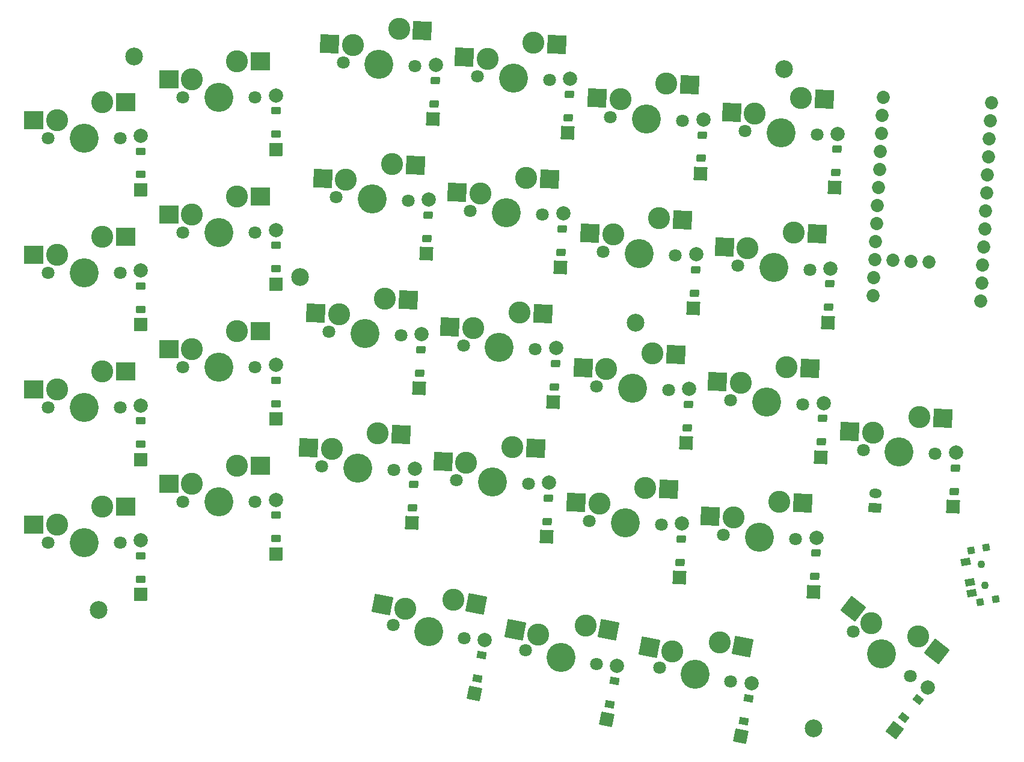
<source format=gbr>
%TF.GenerationSoftware,KiCad,Pcbnew,8.0.4*%
%TF.CreationDate,2024-09-16T15:22:01-06:00*%
%TF.ProjectId,left_board,6c656674-5f62-46f6-9172-642e6b696361,v1.0.0*%
%TF.SameCoordinates,Original*%
%TF.FileFunction,Soldermask,Bot*%
%TF.FilePolarity,Negative*%
%FSLAX46Y46*%
G04 Gerber Fmt 4.6, Leading zero omitted, Abs format (unit mm)*
G04 Created by KiCad (PCBNEW 8.0.4) date 2024-09-16 15:22:01*
%MOMM*%
%LPD*%
G01*
G04 APERTURE LIST*
G04 Aperture macros list*
%AMRoundRect*
0 Rectangle with rounded corners*
0 $1 Rounding radius*
0 $2 $3 $4 $5 $6 $7 $8 $9 X,Y pos of 4 corners*
0 Add a 4 corners polygon primitive as box body*
4,1,4,$2,$3,$4,$5,$6,$7,$8,$9,$2,$3,0*
0 Add four circle primitives for the rounded corners*
1,1,$1+$1,$2,$3*
1,1,$1+$1,$4,$5*
1,1,$1+$1,$6,$7*
1,1,$1+$1,$8,$9*
0 Add four rect primitives between the rounded corners*
20,1,$1+$1,$2,$3,$4,$5,0*
20,1,$1+$1,$4,$5,$6,$7,0*
20,1,$1+$1,$6,$7,$8,$9,0*
20,1,$1+$1,$8,$9,$2,$3,0*%
%AMHorizOval*
0 Thick line with rounded ends*
0 $1 width*
0 $2 $3 position (X,Y) of the first rounded end (center of the circle)*
0 $4 $5 position (X,Y) of the second rounded end (center of the circle)*
0 Add line between two ends*
20,1,$1,$2,$3,$4,$5,0*
0 Add two circle primitives to create the rounded ends*
1,1,$1,$2,$3*
1,1,$1,$4,$5*%
G04 Aperture macros list end*
%ADD10RoundRect,0.050000X-0.521305X0.365022X-0.365022X-0.521305X0.521305X-0.365022X0.365022X0.521305X0*%
%ADD11C,1.100000*%
%ADD12RoundRect,0.050000X-0.693647X0.334633X-0.537363X-0.551694X0.693647X-0.334633X0.537363X0.551694X0*%
%ADD13RoundRect,0.050000X0.841255X-0.934308X0.934308X0.841255X-0.841255X0.934308X-0.934308X-0.841255X0*%
%ADD14RoundRect,0.050000X0.575627X-0.480785X0.622729X0.417982X-0.575627X0.480785X-0.622729X-0.417982X0*%
%ADD15C,2.005000*%
%ADD16C,1.801800*%
%ADD17C,3.100000*%
%ADD18C,4.087800*%
%ADD19RoundRect,0.050000X-1.338673X-1.181559X1.207833X-1.315015X1.338673X1.181559X-1.207833X1.315015X0*%
%ADD20C,2.500000*%
%ADD21RoundRect,0.050000X0.703037X-1.042296X1.042296X0.703037X-0.703037X1.042296X-1.042296X-0.703037X0*%
%ADD22RoundRect,0.050000X0.503112X-0.556218X0.674840X0.327247X-0.503112X0.556218X-0.674840X-0.327247X0*%
%ADD23RoundRect,0.050000X-1.275000X-1.250000X1.275000X-1.250000X1.275000X1.250000X-1.275000X1.250000X0*%
%ADD24C,1.852600*%
%ADD25RoundRect,0.050000X0.889000X-0.889000X0.889000X0.889000X-0.889000X0.889000X-0.889000X-0.889000X0*%
%ADD26RoundRect,0.050000X0.600000X-0.450000X0.600000X0.450000X-0.600000X0.450000X-0.600000X-0.450000X0*%
%ADD27RoundRect,0.050000X0.817434X-0.643663X0.880237X0.554692X-0.817434X0.643663X-0.880237X-0.554692X0*%
%ADD28HorizOval,1.300000X-0.249657X0.013084X0.249657X-0.013084X0*%
%ADD29RoundRect,0.050000X-1.490086X-0.983753X1.013063X-1.470315X1.490086X0.983753X-1.013063X1.470315X0*%
%ADD30RoundRect,0.050000X0.153219X-1.247865X1.247865X0.153219X-0.153219X1.247865X-1.247865X-0.153219X0*%
%ADD31RoundRect,0.050000X0.195759X-0.724002X0.749854X-0.014792X-0.195759X0.724002X-0.749854X0.014792X0*%
%ADD32RoundRect,0.050000X-1.774291X-0.200045X0.235137X-1.769982X1.774291X0.200045X-0.235137X1.769982X0*%
G04 APERTURE END LIST*
D10*
%TO.C,T1*%
X277027359Y-162148845D03*
X274860782Y-162530871D03*
D11*
X276326097Y-164506435D03*
X276847041Y-167460859D03*
D10*
X278312356Y-169436423D03*
X276145779Y-169818449D03*
D12*
X274152385Y-164128151D03*
X274673329Y-167082573D03*
X274933801Y-168559784D03*
%TD*%
D13*
%TO.C,D13*%
X215059692Y-160632736D03*
D14*
X215172738Y-158475696D03*
X215345446Y-155180218D03*
D15*
X215458492Y-153023178D03*
%TD*%
D16*
%TO.C,S22*%
X241020913Y-141417607D03*
D17*
X242422106Y-138947555D03*
D18*
X246093951Y-141683474D03*
D17*
X248896337Y-136743369D03*
D16*
X251166989Y-141949341D03*
D19*
X239151594Y-138776155D03*
X252193811Y-136916183D03*
%TD*%
D20*
%TO.C,*%
X252699022Y-187617107D03*
%TD*%
D16*
%TO.C,S11*%
X185444848Y-112754699D03*
D17*
X186846041Y-110284647D03*
D18*
X190517886Y-113020566D03*
D17*
X193320272Y-108080461D03*
D16*
X195590924Y-113286433D03*
D19*
X183575529Y-110113247D03*
X196617746Y-108253275D03*
%TD*%
D21*
%TO.C,D25*%
X204935649Y-182685083D03*
D22*
X205347796Y-180564768D03*
X205977466Y-177325398D03*
D15*
X206389613Y-175205083D03*
%TD*%
D16*
%TO.C,S7*%
X163899120Y-117730988D03*
D17*
X165169120Y-115190988D03*
D18*
X168979120Y-117730988D03*
D17*
X171519120Y-112650988D03*
D16*
X174059120Y-117730988D03*
D23*
X161894120Y-115190988D03*
X174821120Y-112650988D03*
%TD*%
D13*
%TO.C,D19*%
X235773169Y-128435170D03*
D14*
X235886215Y-126278130D03*
X236058923Y-122982652D03*
D15*
X236171969Y-120825612D03*
%TD*%
D24*
%TO.C,MCU1*%
X262495331Y-98712965D03*
X262362398Y-101249484D03*
X262229465Y-103786003D03*
X262096531Y-106322522D03*
X261963598Y-108859041D03*
X261830665Y-111395561D03*
X261697731Y-113932080D03*
X261564798Y-116468599D03*
X261431865Y-119005118D03*
X261298931Y-121541637D03*
X261165998Y-124078156D03*
X261033065Y-126614675D03*
X276252179Y-127412275D03*
X276385112Y-124875756D03*
X276518045Y-122339237D03*
X276650979Y-119802718D03*
X276783912Y-117266199D03*
X276916845Y-114729679D03*
X277049779Y-112193160D03*
X277182712Y-109656641D03*
X277315645Y-107120122D03*
X277448579Y-104583603D03*
X277581512Y-102047084D03*
X277714445Y-99510565D03*
X263835450Y-121674570D03*
X266371969Y-121807503D03*
X268908488Y-121940437D03*
%TD*%
D16*
%TO.C,S18*%
X222099287Y-139424594D03*
D17*
X223500480Y-136954542D03*
D18*
X227172325Y-139690461D03*
D17*
X229974711Y-134750356D03*
D16*
X232245363Y-139956328D03*
D19*
X220229968Y-136783142D03*
X233272185Y-134923170D03*
%TD*%
D16*
%TO.C,S12*%
X186439232Y-93780737D03*
D17*
X187840425Y-91310685D03*
D18*
X191512270Y-94046604D03*
D17*
X194314656Y-89106499D03*
D16*
X196585308Y-94312471D03*
D19*
X184569913Y-91139285D03*
X197612130Y-89279313D03*
%TD*%
D16*
%TO.C,S16*%
X205363343Y-95726315D03*
D17*
X206764536Y-93256263D03*
D18*
X210436381Y-95992182D03*
D17*
X213238767Y-91052077D03*
D16*
X215509419Y-96258049D03*
D19*
X203494024Y-93084863D03*
X216536241Y-91224891D03*
%TD*%
D13*
%TO.C,D14*%
X216054075Y-141658775D03*
D14*
X216167121Y-139501735D03*
X216339829Y-136206257D03*
D15*
X216452875Y-134049217D03*
%TD*%
D20*
%TO.C,*%
X180402768Y-124031271D03*
%TD*%
D13*
%TO.C,D21*%
X252706028Y-168376105D03*
D14*
X252819074Y-166219065D03*
X252991782Y-162923587D03*
D15*
X253104828Y-160766547D03*
%TD*%
D25*
%TO.C,D7*%
X176979120Y-125040988D03*
D26*
X176979120Y-122880988D03*
X176979120Y-119580988D03*
D15*
X176979120Y-117420988D03*
%TD*%
D16*
%TO.C,S2*%
X144899120Y-142445988D03*
D17*
X146169120Y-139905988D03*
D18*
X149979120Y-142445988D03*
D17*
X152519120Y-137365988D03*
D16*
X155059120Y-142445988D03*
D23*
X142894120Y-139905988D03*
X155821120Y-137365988D03*
%TD*%
D25*
%TO.C,D6*%
X176979120Y-144040988D03*
D26*
X176979120Y-141880988D03*
X176979120Y-138580988D03*
D15*
X176979120Y-136420988D03*
%TD*%
D21*
%TO.C,D27*%
X242475993Y-188708791D03*
D22*
X242888140Y-186588476D03*
X243517810Y-183349106D03*
D15*
X243929957Y-181228791D03*
%TD*%
D16*
%TO.C,S5*%
X163899120Y-155730988D03*
D17*
X165169120Y-153190988D03*
D18*
X168979120Y-155730988D03*
D17*
X171519120Y-150650988D03*
D16*
X174059120Y-155730988D03*
D23*
X161894120Y-153190988D03*
X174821120Y-150650988D03*
%TD*%
D27*
%TO.C,JST1*%
X261339320Y-156501663D03*
D28*
X261443992Y-154504403D03*
%TD*%
D16*
%TO.C,S19*%
X223093671Y-120450633D03*
D17*
X224494864Y-117980581D03*
D18*
X228166709Y-120716500D03*
D17*
X230969095Y-115776395D03*
D16*
X233239747Y-120982367D03*
D19*
X221224352Y-117809181D03*
X234266569Y-115949209D03*
%TD*%
D21*
%TO.C,D26*%
X223586565Y-186310454D03*
D22*
X223998712Y-184190139D03*
X224628382Y-180950769D03*
D15*
X225040529Y-178830454D03*
%TD*%
D13*
%TO.C,D18*%
X234778786Y-147409131D03*
D14*
X234891832Y-145252091D03*
X235064540Y-141956613D03*
D15*
X235177586Y-139799573D03*
%TD*%
D13*
%TO.C,D24*%
X255689178Y-111454221D03*
D14*
X255802224Y-109297181D03*
X255974932Y-106001703D03*
D15*
X256087978Y-103844663D03*
%TD*%
D16*
%TO.C,S29*%
X259680858Y-148403767D03*
D17*
X261082051Y-145933715D03*
D18*
X264753896Y-148669634D03*
D17*
X267556282Y-143729529D03*
D16*
X269826934Y-148935501D03*
D19*
X257811539Y-145762315D03*
X270853756Y-143902343D03*
%TD*%
D16*
%TO.C,S25*%
X193490779Y-173013606D03*
D17*
X195222100Y-170762601D03*
D18*
X198477445Y-173982916D03*
D17*
X201940088Y-169480905D03*
D16*
X203464111Y-174952226D03*
D29*
X192007271Y-170137701D03*
X205181421Y-170110956D03*
%TD*%
D13*
%TO.C,D29*%
X272360357Y-156388304D03*
D14*
X272473403Y-154231264D03*
X272646111Y-150935786D03*
D15*
X272759157Y-148778746D03*
%TD*%
D16*
%TO.C,S8*%
X163899120Y-98730988D03*
D17*
X165169120Y-96190988D03*
D18*
X168979120Y-98730988D03*
D17*
X171519120Y-93650988D03*
D16*
X174059120Y-98730988D03*
D23*
X161894120Y-96190988D03*
X174821120Y-93650988D03*
%TD*%
D16*
%TO.C,S1*%
X144899120Y-161445988D03*
D17*
X146169120Y-158905988D03*
D18*
X149979120Y-161445988D03*
D17*
X152519120Y-156365988D03*
D16*
X155059120Y-161445988D03*
D23*
X142894120Y-158905988D03*
X155821120Y-156365988D03*
%TD*%
D20*
%TO.C,*%
X248553741Y-94747885D03*
%TD*%
D16*
%TO.C,S13*%
X202380193Y-152648199D03*
D17*
X203781386Y-150178147D03*
D18*
X207453231Y-152914066D03*
D17*
X210255617Y-147973961D03*
D16*
X212526269Y-153179933D03*
D19*
X200510874Y-150006747D03*
X213553091Y-148146775D03*
%TD*%
D25*
%TO.C,D3*%
X157979120Y-130755988D03*
D26*
X157979120Y-128595988D03*
X157979120Y-125295988D03*
D15*
X157979120Y-123135988D03*
%TD*%
D13*
%TO.C,D22*%
X253700411Y-149402144D03*
D14*
X253813457Y-147245104D03*
X253986165Y-143949626D03*
D15*
X254099211Y-141792586D03*
%TD*%
D25*
%TO.C,D8*%
X176979120Y-106040988D03*
D26*
X176979120Y-103880988D03*
X176979120Y-100580988D03*
D15*
X176979120Y-98420988D03*
%TD*%
D13*
%TO.C,D15*%
X217048458Y-122684813D03*
D14*
X217161504Y-120527773D03*
X217334212Y-117232295D03*
D15*
X217447258Y-115075255D03*
%TD*%
D16*
%TO.C,S6*%
X163899120Y-136730988D03*
D17*
X165169120Y-134190988D03*
D18*
X168979120Y-136730988D03*
D17*
X171519120Y-131650988D03*
D16*
X174059120Y-136730988D03*
D23*
X161894120Y-134190988D03*
X174821120Y-131650988D03*
%TD*%
D20*
%TO.C,*%
X156979120Y-92920988D03*
%TD*%
%TO.C,*%
X151979120Y-170970988D03*
%TD*%
D16*
%TO.C,S26*%
X212141695Y-176638976D03*
D17*
X213873016Y-174387971D03*
D18*
X217128361Y-177608286D03*
D17*
X220591004Y-173106275D03*
D16*
X222115027Y-178577596D03*
D29*
X210658187Y-173763071D03*
X223832337Y-173736326D03*
%TD*%
D13*
%TO.C,D12*%
X199118730Y-101765274D03*
D14*
X199231776Y-99608234D03*
X199404484Y-96312756D03*
D15*
X199517530Y-94155716D03*
%TD*%
D13*
%TO.C,D10*%
X197129964Y-139713197D03*
D14*
X197243010Y-137556157D03*
X197415718Y-134260679D03*
D15*
X197528764Y-132103639D03*
%TD*%
D16*
%TO.C,S23*%
X242015296Y-122443645D03*
D17*
X243416489Y-119973593D03*
D18*
X247088334Y-122709512D03*
D17*
X249890720Y-117769407D03*
D16*
X252161372Y-122975379D03*
D19*
X240145977Y-119802193D03*
X253188194Y-117942221D03*
%TD*%
D16*
%TO.C,S3*%
X144899120Y-123445988D03*
D17*
X146169120Y-120905988D03*
D18*
X149979120Y-123445988D03*
D17*
X152519120Y-118365988D03*
D16*
X155059120Y-123445988D03*
D23*
X142894120Y-120905988D03*
X155821120Y-118365988D03*
%TD*%
D16*
%TO.C,S4*%
X144899120Y-104445988D03*
D17*
X146169120Y-101905988D03*
D18*
X149979120Y-104445988D03*
D17*
X152519120Y-99365988D03*
D16*
X155059120Y-104445988D03*
D23*
X142894120Y-101905988D03*
X155821120Y-99365988D03*
%TD*%
D13*
%TO.C,D23*%
X254694794Y-130428182D03*
D14*
X254807840Y-128271142D03*
X254980548Y-124975664D03*
D15*
X255093594Y-122818624D03*
%TD*%
D16*
%TO.C,S9*%
X183456082Y-150702621D03*
D17*
X184857275Y-148232569D03*
D18*
X188529120Y-150968488D03*
D17*
X191331506Y-146028383D03*
D16*
X193602158Y-151234355D03*
D19*
X181586763Y-148061169D03*
X194628980Y-146201197D03*
%TD*%
D16*
%TO.C,S27*%
X231031123Y-179037313D03*
D17*
X232762444Y-176786308D03*
D18*
X236017789Y-180006623D03*
D17*
X239480432Y-175504612D03*
D16*
X241004455Y-180975933D03*
D29*
X229547615Y-176161408D03*
X242721765Y-176134663D03*
%TD*%
D13*
%TO.C,D17*%
X233784403Y-166383092D03*
D14*
X233897449Y-164226052D03*
X234070157Y-160930574D03*
D15*
X234183203Y-158773534D03*
%TD*%
D16*
%TO.C,S15*%
X204368960Y-114700276D03*
D17*
X205770153Y-112230224D03*
D18*
X209441998Y-114966143D03*
D17*
X212244384Y-110026038D03*
D16*
X214515036Y-115232010D03*
D19*
X202499641Y-112058824D03*
X215541858Y-110198852D03*
%TD*%
D20*
%TO.C,*%
X227657741Y-130428172D03*
%TD*%
D16*
%TO.C,S20*%
X224088054Y-101476671D03*
D17*
X225489247Y-99006619D03*
D18*
X229161092Y-101742538D03*
D17*
X231963478Y-96802433D03*
D16*
X234234130Y-102008405D03*
D19*
X222218735Y-98835219D03*
X235260952Y-96975247D03*
%TD*%
D25*
%TO.C,D2*%
X157979120Y-149755988D03*
D26*
X157979120Y-147595988D03*
X157979120Y-144295988D03*
D15*
X157979120Y-142135988D03*
%TD*%
D16*
%TO.C,S17*%
X221104904Y-158398555D03*
D17*
X222506097Y-155928503D03*
D18*
X226177942Y-158664422D03*
D17*
X228980328Y-153724317D03*
D16*
X231250980Y-158930289D03*
D19*
X219235585Y-155757103D03*
X232277802Y-153897131D03*
%TD*%
D16*
%TO.C,S14*%
X203374576Y-133674238D03*
D17*
X204775769Y-131204186D03*
D18*
X208447614Y-133940105D03*
D17*
X211250000Y-129000000D03*
D16*
X213520652Y-134205972D03*
D19*
X201505257Y-131032786D03*
X214547474Y-129172814D03*
%TD*%
D16*
%TO.C,S21*%
X240026530Y-160391568D03*
D17*
X241427723Y-157921516D03*
D18*
X245099568Y-160657435D03*
D17*
X247901954Y-155717330D03*
D16*
X250172606Y-160923302D03*
D19*
X238157211Y-157750116D03*
X251199428Y-155890144D03*
%TD*%
D25*
%TO.C,D1*%
X157979120Y-168755988D03*
D26*
X157979120Y-166595988D03*
X157979120Y-163295988D03*
D15*
X157979120Y-161135988D03*
%TD*%
D30*
%TO.C,D28*%
X264087281Y-187829376D03*
D31*
X265417110Y-186127273D03*
X267448792Y-183526837D03*
D15*
X268778621Y-181824734D03*
%TD*%
D25*
%TO.C,D4*%
X157979120Y-111755988D03*
D26*
X157979120Y-109595988D03*
X157979120Y-106295988D03*
D15*
X157979120Y-104135988D03*
%TD*%
D25*
%TO.C,D5*%
X176979120Y-163040988D03*
D26*
X176979120Y-160880988D03*
X176979120Y-157580988D03*
D15*
X176979120Y-155420988D03*
%TD*%
D16*
%TO.C,S28*%
X258280585Y-174016166D03*
D17*
X260845139Y-172796508D03*
D18*
X262283680Y-177143726D03*
D17*
X267412788Y-174704412D03*
D16*
X266286775Y-180271286D03*
D32*
X258264404Y-170780217D03*
X270014799Y-176737326D03*
%TD*%
D13*
%TO.C,D20*%
X236767552Y-109461208D03*
D14*
X236880598Y-107304168D03*
X237053306Y-104008690D03*
D15*
X237166352Y-101851650D03*
%TD*%
D13*
%TO.C,D9*%
X196135580Y-158687158D03*
D14*
X196248626Y-156530118D03*
X196421334Y-153234640D03*
D15*
X196534380Y-151077600D03*
%TD*%
D13*
%TO.C,D11*%
X198124347Y-120739236D03*
D14*
X198237393Y-118582196D03*
X198410101Y-115286718D03*
D15*
X198523147Y-113129678D03*
%TD*%
D16*
%TO.C,S24*%
X243009679Y-103469684D03*
D17*
X244410872Y-100999632D03*
D18*
X248082717Y-103735551D03*
D17*
X250885103Y-98795446D03*
D16*
X253155755Y-104001418D03*
D19*
X241140360Y-100828232D03*
X254182577Y-98968260D03*
%TD*%
D16*
%TO.C,S10*%
X184450465Y-131728660D03*
D17*
X185851658Y-129258608D03*
D18*
X189523503Y-131994527D03*
D17*
X192325889Y-127054422D03*
D16*
X194596541Y-132260394D03*
D19*
X182581146Y-129087208D03*
X195623363Y-127227236D03*
%TD*%
D13*
%TO.C,D16*%
X218042841Y-103710852D03*
D14*
X218155887Y-101553812D03*
X218328595Y-98258334D03*
D15*
X218441641Y-96101294D03*
%TD*%
M02*

</source>
